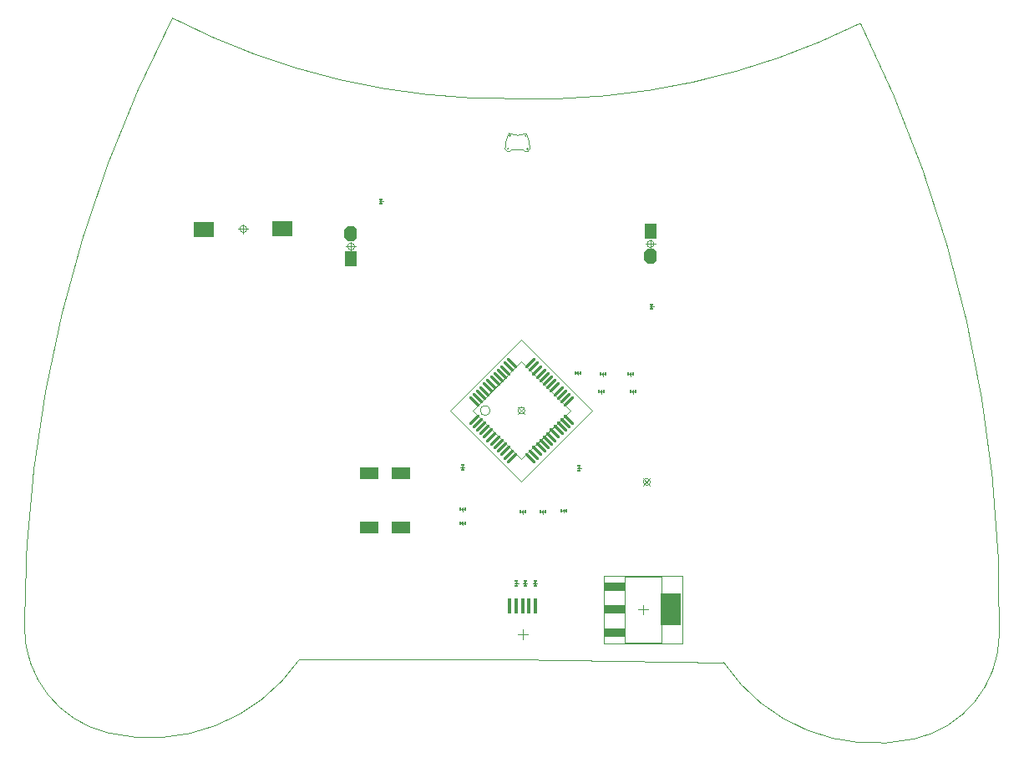
<source format=gtp>
G04*
G04 #@! TF.GenerationSoftware,Altium Limited,Altium Designer,19.0.4 (130)*
G04*
G04 Layer_Color=8421504*
%FSLAX44Y44*%
%MOMM*%
G71*
G01*
G75*
%ADD19C,0.1000*%
%ADD20C,0.0127*%
%ADD21C,0.0500*%
%ADD22C,0.0254*%
G04:AMPARAMS|DCode=23|XSize=0.25mm|YSize=1.5mm|CornerRadius=0mm|HoleSize=0mm|Usage=FLASHONLY|Rotation=45.000|XOffset=0mm|YOffset=0mm|HoleType=Round|Shape=Round|*
%AMOVALD23*
21,1,1.2500,0.2500,0.0000,0.0000,135.0*
1,1,0.2500,0.4419,-0.4419*
1,1,0.2500,-0.4419,0.4419*
%
%ADD23OVALD23*%

G04:AMPARAMS|DCode=24|XSize=0.25mm|YSize=1.5mm|CornerRadius=0mm|HoleSize=0mm|Usage=FLASHONLY|Rotation=135.000|XOffset=0mm|YOffset=0mm|HoleType=Round|Shape=Round|*
%AMOVALD24*
21,1,1.2500,0.2500,0.0000,0.0000,225.0*
1,1,0.2500,0.4419,0.4419*
1,1,0.2500,-0.4419,-0.4419*
%
%ADD24OVALD24*%

%ADD25R,0.2500X0.3000*%
%ADD26R,2.1000X3.2000*%
%ADD27R,2.1000X0.9000*%
%ADD28R,2.0000X1.5000*%
%ADD29R,0.3500X1.6000*%
%ADD30R,0.3000X0.2500*%
%ADD31R,1.9000X1.3000*%
G04:AMPARAMS|DCode=32|XSize=1.524mm|YSize=1.27mm|CornerRadius=0mm|HoleSize=0mm|Usage=FLASHONLY|Rotation=270.000|XOffset=0mm|YOffset=0mm|HoleType=Round|Shape=Octagon|*
%AMOCTAGOND32*
4,1,8,-0.3175,-0.7620,0.3175,-0.7620,0.6350,-0.4445,0.6350,0.4445,0.3175,0.7620,-0.3175,0.7620,-0.6350,0.4445,-0.6350,-0.4445,-0.3175,-0.7620,0.0*
%
%ADD32OCTAGOND32*%

%ADD33R,1.2700X1.5240*%
D19*
X427970Y308610D02*
G03*
X427970Y308610I-5000J0D01*
G01*
X459740Y259112D02*
X509238Y308610D01*
X410243D02*
X459740Y358108D01*
X509238Y308610D01*
X410243D02*
X459740Y259112D01*
X564430Y73180D02*
X601430D01*
X564430Y140180D02*
X601430D01*
Y73180D02*
Y140180D01*
X564430Y73180D02*
Y140180D01*
X459740Y236768D02*
X531582Y308610D01*
X387898D02*
X459740Y380452D01*
X531582Y308610D01*
X387898D02*
X459740Y236768D01*
X582930Y101680D02*
Y111680D01*
X577930Y106680D02*
X587930D01*
X542930Y72180D02*
X622930D01*
X542930Y141180D02*
X622930D01*
Y72180D02*
Y141180D01*
X542930Y72180D02*
Y141180D01*
X461010Y76200D02*
Y86360D01*
X455930Y81280D02*
X466090D01*
D20*
X448678Y587462D02*
G03*
X448678Y587462I-762J0D01*
G01*
X446790Y574092D02*
G03*
X446790Y574092I-762J0D01*
G01*
X466296Y573946D02*
G03*
X466296Y573946I-762J0D01*
G01*
X464608Y587343D02*
G03*
X464608Y587343I-762J0D01*
G01*
X455883Y587712D02*
G03*
X464756Y589656I563J18652D01*
G01*
X468332Y573904D02*
G03*
X464756Y589656I-34222J512D01*
G01*
X466143Y571215D02*
G03*
X468332Y573904I-609J2731D01*
G01*
X461236Y573186D02*
G03*
X466143Y571215I3890J2593D01*
G01*
X447042Y589788D02*
G03*
X455883Y587712I8558J16582D01*
G01*
X447042Y589788D02*
G03*
X443230Y574092I30414J-15696D01*
G01*
D02*
G03*
X445378Y571371I2798J0D01*
G01*
D02*
G03*
X450314Y573267I1085J4547D01*
G01*
X455775D02*
X461236Y573186D01*
X450314Y573267D02*
X455775D01*
X454100Y625024D02*
G03*
X803395Y701537I22172J734335D01*
G01*
X944190Y81400D02*
G03*
X803395Y701537I-1347306J20160D01*
G01*
X858013Y-24466D02*
G03*
X944190Y81400I-23963J107514D01*
G01*
X664831Y53097D02*
G03*
X858013Y-24466I153145J102073D01*
G01*
X105988Y706755D02*
G03*
X454100Y625024I336929J652854D01*
G01*
X105988Y706755D02*
G03*
X-44070Y88794I1197399J-617961D01*
G01*
X-44070D02*
G03*
X40514Y-18350I110153J0D01*
G01*
Y-18350D02*
G03*
X234835Y56314I42720J179018D01*
G01*
X449845Y56314D02*
X664831Y53097D01*
X234835Y56314D02*
X449845D01*
D21*
X463240Y308610D02*
G03*
X463240Y308610I-3500J0D01*
G01*
X181300Y492760D02*
G03*
X181300Y492760I-3500J0D01*
G01*
X594050Y477520D02*
G03*
X594050Y477520I-3500J0D01*
G01*
X590240Y236220D02*
G03*
X590240Y236220I-3500J0D01*
G01*
X290520Y474980D02*
G03*
X290520Y474980I-3500J0D01*
G01*
X456204Y312146D02*
X463275Y305075D01*
X456205D02*
X463276Y312146D01*
X177800Y487760D02*
Y497760D01*
X172800Y492760D02*
X182800D01*
X585550Y477520D02*
X595550D01*
X590550Y472520D02*
Y482520D01*
X583205Y232685D02*
X590276Y239756D01*
X583205Y239755D02*
X590276Y232684D01*
X282020Y474980D02*
X292020D01*
X287020Y469980D02*
Y479980D01*
D22*
X574041Y327661D02*
G03*
X574041Y327661I-1270J0D01*
G01*
X571460Y345440D02*
G03*
X571460Y345440I-1270J0D01*
G01*
X401360Y194310D02*
G03*
X401360Y194310I-1270J0D01*
G01*
X518120Y346710D02*
G03*
X518120Y346710I-1270J0D01*
G01*
X482560Y205740D02*
G03*
X482560Y205740I-1270J0D01*
G01*
X542330Y327660D02*
G03*
X542330Y327660I-1270J0D01*
G01*
X543600Y345440D02*
G03*
X543600Y345440I-1270J0D01*
G01*
X455930Y133390D02*
G03*
X455930Y133390I-1270J0D01*
G01*
X464820Y133350D02*
G03*
X464820Y133350I-1270J0D01*
G01*
X504191Y207011D02*
G03*
X504191Y207011I-1270J0D01*
G01*
X401360Y208280D02*
G03*
X401360Y208280I-1270J0D01*
G01*
X462281Y205741D02*
G03*
X462281Y205741I-1270J0D01*
G01*
X474980Y133390D02*
G03*
X474980Y133390I-1270J0D01*
G01*
X519430Y250230D02*
G03*
X519430Y250230I-1270J0D01*
G01*
X593090Y413980D02*
G03*
X593090Y413980I-1270J0D01*
G01*
X401320Y250690D02*
G03*
X401320Y250690I-1270J0D01*
G01*
X318770Y520660D02*
G03*
X318770Y520660I-1270J0D01*
G01*
X572771Y325661D02*
Y329661D01*
X570770Y327661D02*
X574771D01*
X568190Y345440D02*
X572190D01*
X570190Y343440D02*
Y347440D01*
X400090Y192310D02*
Y196310D01*
X398090Y194310D02*
X402090D01*
X516850Y344710D02*
Y348710D01*
X514850Y346710D02*
X518850D01*
X481290Y203740D02*
Y207740D01*
X479290Y205740D02*
X483290D01*
X539060Y327660D02*
X543060D01*
X541060Y325660D02*
Y329660D01*
X540330Y345440D02*
X544330D01*
X542330Y343440D02*
Y347440D01*
X454660Y131390D02*
Y135390D01*
X452660Y133390D02*
X456660D01*
X463550Y131350D02*
Y135350D01*
X461550Y133350D02*
X465550D01*
X502921Y205011D02*
Y209011D01*
X500921Y207011D02*
X504921D01*
X400090Y206280D02*
Y210280D01*
X398090Y208280D02*
X402090D01*
X461011Y203741D02*
Y207741D01*
X459011Y205741D02*
X463011D01*
X473710Y131390D02*
Y135390D01*
X471710Y133390D02*
X475710D01*
X516160Y250230D02*
X520160D01*
X518160Y248230D02*
Y252230D01*
X591820Y411980D02*
Y415980D01*
X589820Y413980D02*
X593820D01*
X398050Y250691D02*
X402050D01*
X400050Y248691D02*
Y252691D01*
X317500Y518660D02*
Y522660D01*
X315500Y520660D02*
X319500D01*
D23*
X411685Y317774D02*
D03*
X415220Y321310D02*
D03*
X418756Y324845D02*
D03*
X422292Y328381D02*
D03*
X425827Y331917D02*
D03*
X429363Y335452D02*
D03*
X432898Y338987D02*
D03*
X436433Y342523D02*
D03*
X439969Y346058D02*
D03*
X443505Y349594D02*
D03*
X447040Y353130D02*
D03*
X450576Y356665D02*
D03*
X507795Y299446D02*
D03*
X504260Y295910D02*
D03*
X500724Y292375D02*
D03*
X497188Y288839D02*
D03*
X493653Y285304D02*
D03*
X490117Y281768D02*
D03*
X486582Y278233D02*
D03*
X483046Y274697D02*
D03*
X479511Y271162D02*
D03*
X475975Y267626D02*
D03*
X472440Y264090D02*
D03*
X468904Y260555D02*
D03*
D24*
Y356665D02*
D03*
X472440Y353130D02*
D03*
X475975Y349594D02*
D03*
X479511Y346058D02*
D03*
X483046Y342523D02*
D03*
X486582Y338987D02*
D03*
X490117Y335452D02*
D03*
X493653Y331917D02*
D03*
X497188Y328381D02*
D03*
X500724Y324845D02*
D03*
X504260Y321310D02*
D03*
X507795Y317774D02*
D03*
X450576Y260555D02*
D03*
X447040Y264090D02*
D03*
X443505Y267626D02*
D03*
X439969Y271162D02*
D03*
X436433Y274697D02*
D03*
X432898Y278233D02*
D03*
X429363Y281768D02*
D03*
X425827Y285304D02*
D03*
X422292Y288839D02*
D03*
X418756Y292375D02*
D03*
X415220Y295910D02*
D03*
X411685Y299446D02*
D03*
D25*
X570271Y327661D02*
D03*
X575271D02*
D03*
X567690Y345440D02*
D03*
X572690D02*
D03*
X397590Y194310D02*
D03*
X402590D02*
D03*
X514350Y346710D02*
D03*
X519350D02*
D03*
X478790Y205740D02*
D03*
X483790D02*
D03*
X543560Y327660D02*
D03*
X538560D02*
D03*
X539830Y345440D02*
D03*
X544830D02*
D03*
X500421Y207011D02*
D03*
X505421D02*
D03*
X402590Y208280D02*
D03*
X397590D02*
D03*
X458511Y205741D02*
D03*
X463511D02*
D03*
D26*
X611430Y106680D02*
D03*
D27*
X554430Y83680D02*
D03*
Y106680D02*
D03*
Y129680D02*
D03*
D28*
X217170Y492760D02*
D03*
X137842Y492560D02*
D03*
D29*
X467510Y110280D02*
D03*
X474010D02*
D03*
X448010D02*
D03*
X461010D02*
D03*
X454510D02*
D03*
D30*
X454660Y130890D02*
D03*
Y135890D02*
D03*
X463550Y130850D02*
D03*
Y135850D02*
D03*
X473710Y130890D02*
D03*
Y135890D02*
D03*
X518160Y252730D02*
D03*
Y247730D02*
D03*
X591820Y411480D02*
D03*
Y416480D02*
D03*
X400050Y253191D02*
D03*
Y248191D02*
D03*
X317500Y518160D02*
D03*
Y523160D02*
D03*
D31*
X337310Y244670D02*
D03*
Y189670D02*
D03*
X305310D02*
D03*
Y244670D02*
D03*
D32*
X590550Y464820D02*
D03*
X287020Y487680D02*
D03*
D33*
X590550Y490220D02*
D03*
X287020Y462280D02*
D03*
M02*

</source>
